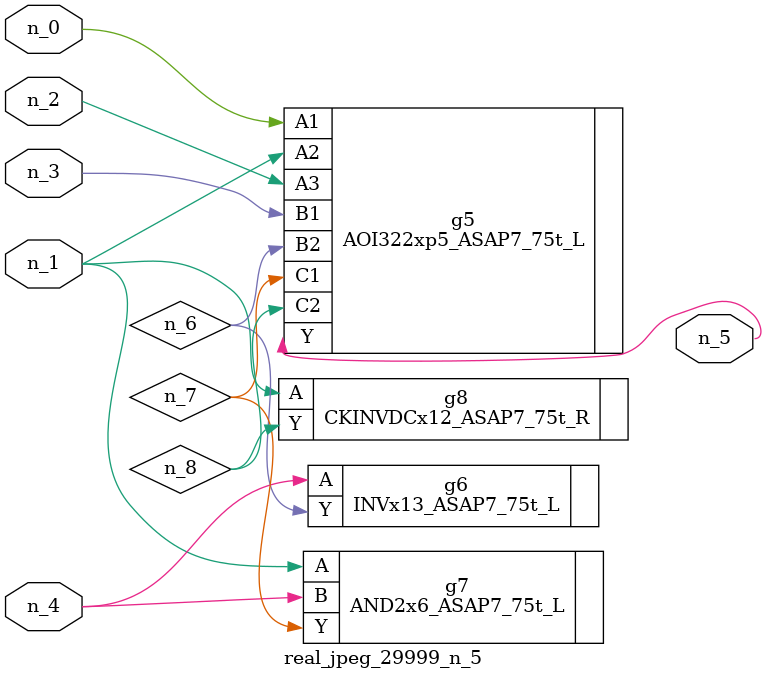
<source format=v>
module real_jpeg_29999_n_5 (n_4, n_0, n_1, n_2, n_3, n_5);

input n_4;
input n_0;
input n_1;
input n_2;
input n_3;

output n_5;

wire n_8;
wire n_6;
wire n_7;

AOI322xp5_ASAP7_75t_L g5 ( 
.A1(n_0),
.A2(n_1),
.A3(n_2),
.B1(n_3),
.B2(n_6),
.C1(n_7),
.C2(n_8),
.Y(n_5)
);

AND2x6_ASAP7_75t_L g7 ( 
.A(n_1),
.B(n_4),
.Y(n_7)
);

CKINVDCx12_ASAP7_75t_R g8 ( 
.A(n_1),
.Y(n_8)
);

INVx13_ASAP7_75t_L g6 ( 
.A(n_4),
.Y(n_6)
);


endmodule
</source>
